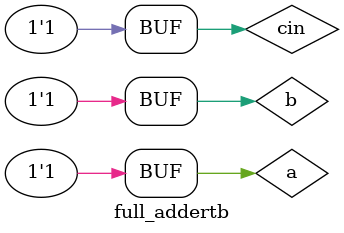
<source format=v>
module full_addertb();
reg a,b,cin;
wire sum,cout;
  full_adder uut(a,b,cin,sum,cout);
initial begin
   $dumpfile("dump.vcd");
    $dumpvars;
#10 a=0;b=0;cin=0;
#10 a=0;b=1;cin=1;
#10 a=1;b=1;cin=1;
end
endmodule
</source>
